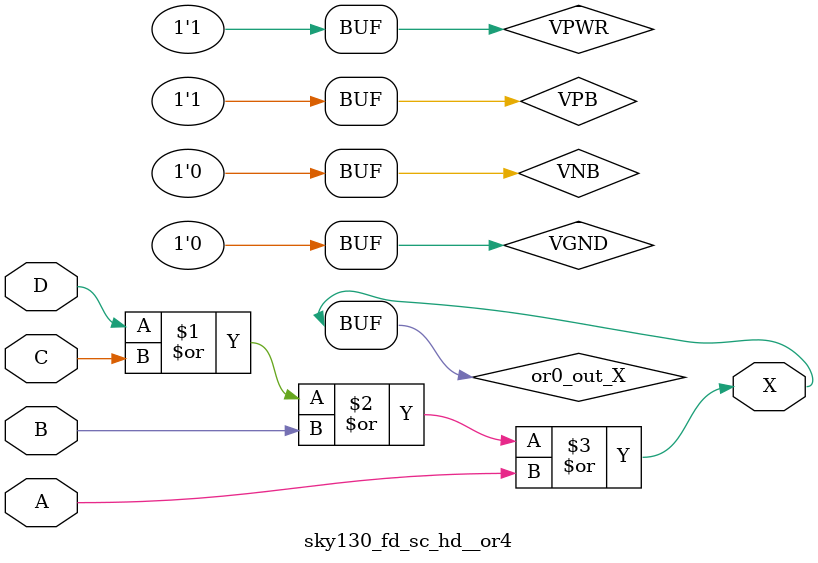
<source format=v>



module sky130_fd_sc_hd__or4 (
    X,
    A,
    B,
    C,
    D
);

    output X;
    input  A;
    input  B;
    input  C;
    input  D;

    supply1 VPWR;
    supply0 VGND;
    supply1 VPB ;
    supply0 VNB ;

    wire or0_out_X;

    or  or0  (or0_out_X, D, C, B, A     );
    buf buf0 (X        , or0_out_X      );

endmodule

</source>
